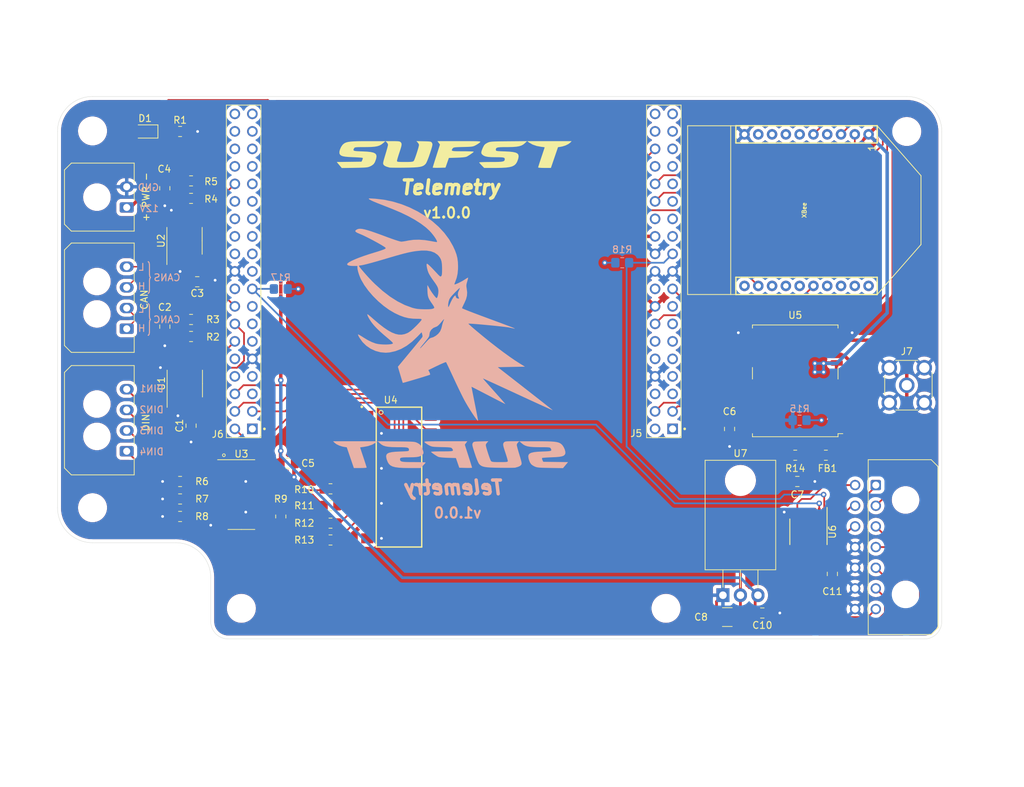
<source format=kicad_pcb>
(kicad_pcb (version 20211014) (generator pcbnew)
  (title_block (title "On-Car Telemetry") (date "2023-04-04") (rev "1.0.0") (company "SUFST - Southampton University Formula Student Team") (comment 1 "STAG 9") (comment 2 "Esteban Norena, Tim Brewis") (comment 3 "Tim Brewis"))
  (layers (0 "F.Cu" signal) (31 "B.Cu" signal) (34 "B.Paste" user) (35 "F.Paste" user) (36 "B.SilkS" user "B.Silkscreen") (37 "F.SilkS" user "F.Silkscreen") (38 "B.Mask" user) (39 "F.Mask" user) (44 "Edge.Cuts" user))
  (net 0 "")
  (net 1 "+12V")
  (net 2 "+3V3")
  (net 3 "Net-(C2-Pad1)")
  (net 4 "/CAN_C+")
  (net 5 "/CAN_C-")
  (net 6 "Net-(C4-Pad1)")
  (net 7 "/CAN_S+")
  (net 8 "/CAN_S-")
  (net 9 "/CAN-C Bus Transceiver/CAN_TX")
  (net 10 "GND")
  (net 11 "/CAN-C Bus Transceiver/CAN_RX")
  (net 13 "/CAN-S Bus Transceiver/CAN_TX")
  (net 14 "/CAN-S Bus Transceiver/CAN_RX")
  (net 16 "/XBee Module/DOUT{slash}DIO13")
  (net 17 "/XBee Module/DIN{slash}`CONFIG{slash}DIO14")
  (net 18 "/XBee Module/SPI_MISO")
  (net 19 "/XBee Module/~RESET")
  (net 20 "/input shift/DIN_1")
  (net 21 "/input shift/DIN_2")
  (net 22 "/XBee Module/~CTS")
  (net 23 "/XBee Module/SPI_MOSI")
  (net 24 "/input shift/DIN_3")
  (net 25 "/XBee Module/ON_INDICATOR")
  (net 26 "/input shift/DIN_4")
  (net 28 "/XBee Module/~RTS")
  (net 29 "/XBee Module/SPI_~SSEL")
  (net 30 "/XBee Module/SPI_CLK")
  (net 31 "/XBee Module/SPI_~ATTN")
  (net 40 "/GPS/GPS_RX")
  (net 42 "/GPS/GPS_TX")
  (net 48 "Net-(FB1-Pad2)")
  (net 64 "/input shift/DOUT_3")
  (net 65 "/input shift/DOUT_4")
  (net 66 "/input shift/DOUT_2")
  (net 68 "/input shift/DOUT_1")
  (net 92 "Net-(R10-Pad1)")
  (net 93 "Net-(R10-Pad2)")
  (net 94 "Net-(R11-Pad1)")
  (net 95 "Net-(R11-Pad2)")
  (net 96 "Net-(R12-Pad1)")
  (net 97 "Net-(R12-Pad2)")
  (net 98 "Net-(D1-Pad1)")
  (net 99 "Net-(R13-Pad1)")
  (net 100 "Net-(R13-Pad2)")
  (net 101 "Net-(R14-Pad1)")
  (net 105 "Net-(C7-Pad2)")
  (net 119 "/mcu/SPI2_MISO")
  (net 120 "/mcu/SPI2_MOSI")
  (net 121 "/mcu/SPI2_SCK")
  (net 122 "/mcu/SPI2_NSS")
  (net 123 "/mcu/I2C1_SDA")
  (net 124 "/mcu/I2C1_SCL")
  (net 125 "/3V3_LED")
  (net 126 "unconnected-(U6-Pad10)")
  (net 127 "/SEG9")
  (net 128 "/SEG0")
  (net 129 "/SEG1")
  (net 130 "/SEG2")
  (net 131 "/SEG3")
  (net 132 "/SEG4")
  (net 133 "/SEG5")
  (net 134 "/SEG6")
  (net 135 "/SEG7")
  (net 136 "/SEG8")
  (footprint "Resistor_SMD:R_0805_2012Metric_Pad1.20x1.40mm_HandSolder" (layer "F.Cu") (at 129.132064 122.89)
    (fp_text reference "R12")
    (fp_text value "1k")
  )
  (footprint "Resistor_SMD:R_0805_2012Metric_Pad1.20x1.40mm_HandSolder" (layer "F.Cu") (at 107.315 119.38)
    (fp_text reference "R7")
    (fp_text value "10k")
  )
  (footprint "Resistor_SMD:R_0805_2012Metric_Pad1.20x1.40mm_HandSolder" (layer "F.Cu") (at 196.545 113.03 180)
    (fp_text reference "R14")
    (fp_text value "33")
  )
  (footprint "Capacitor_SMD:C_0805_2012Metric_Pad1.18x1.45mm_HandSolder" (layer "F.Cu") (at 201.93 130.26 90)
    (fp_text reference "C11")
    (fp_text value "100n")
  )
  (footprint "Capacitor_SMD:C_0805_2012Metric_Pad1.18x1.45mm_HandSolder" (layer "F.Cu") (at 196.85 116.84 180)
    (fp_text reference "C7")
    (fp_text value "47pF")
  )
  (footprint "Resistor_SMD:R_0805_2012Metric_Pad1.20x1.40mm_HandSolder" (layer "F.Cu") (at 129.132064 120.35)
    (fp_text reference "R11")
    (fp_text value "1k")
  )
  (footprint "SUFST:SUFST" (layer "F.Cu") (at 147.066 69.342)
    (fp_text reference "G***" hide)
    (fp_text value "LOGO" hide)
  )
  (footprint "Resistor_SMD:R_0805_2012Metric_Pad1.20x1.40mm_HandSolder" (layer "F.Cu") (at 108.906 73.209 180)
    (fp_text reference "R5")
    (fp_text value "60R")
  )
  (footprint "SUFST:SOIC254P1005X380-16N" (layer "F.Cu") (at 139.065 116.205)
    (fp_text reference "U4")
    (fp_text value "ILQ615-4X009T")
  )
  (footprint "Capacitor_SMD:C_0805_2012Metric_Pad1.18x1.45mm_HandSolder" (layer "F.Cu") (at 187.02 109.22 90)
    (fp_text reference "C6")
    (fp_text value "100nF")
  )
  (footprint "Resistor_SMD:R_0805_2012Metric_Pad1.20x1.40mm_HandSolder" (layer "F.Cu") (at 129.132064 117.91)
    (fp_text reference "R10")
    (fp_text value "1k")
  )
  (footprint "Capacitor_SMD:C_0805_2012Metric_Pad1.18x1.45mm_HandSolder" (layer "F.Cu") (at 105.096 74.279 -90)
    (fp_text reference "C4")
    (fp_text value "4.7n")
  )
  (footprint "Resistor_SMD:R_0805_2012Metric_Pad1.20x1.40mm_HandSolder" (layer "F.Cu") (at 121.92 121.92 -90)
    (fp_text reference "R9")
    (fp_text value "10k")
  )
  (footprint "Resistor_SMD:R_0805_2012Metric_Pad1.20x1.40mm_HandSolder" (layer "F.Cu") (at 108.906 75.749)
    (fp_text reference "R4")
    (fp_text value "60R")
  )
  (footprint "Resistor_SMD:R_0805_2012Metric_Pad1.20x1.40mm_HandSolder" (layer "F.Cu") (at 129.132064 125.33)
    (fp_text reference "R13")
    (fp_text value "1k")
  )
  (footprint "Capacitor_SMD:C_0805_2012Metric_Pad1.18x1.45mm_HandSolder" (layer "F.Cu") (at 109.802252 87.8465 180)
    (fp_text reference "C3")
    (fp_text value "100n")
  )
  (footprint "Connector_Molex:Molex_Micro-Fit_3.0_43650-0400_1x04_P3.00mm_Horizontal" (layer "F.Cu") (at 99.57 112.45 90)
    (fp_text reference "J2" hide)
    (fp_text value "MCU_DIN")
  )
  (footprint "Capacitor_SMD:C_0805_2012Metric_Pad1.18x1.45mm_HandSolder" (layer "F.Cu") (at 191.77 135.931 180)
    (fp_text reference "C10")
    (fp_text value "100n")
  )
  (footprint "Package_SO:SOIC-16_3.9x9.9mm_P1.27mm" (layer "F.Cu") (at 116.205 118.745)
    (fp_text reference "U3")
    (fp_text value "HCF4010")
  )
  (footprint "Connector_Molex:Molex_Micro-Fit_3.0_43045-1400_2x07_P3.00mm_Horizontal" (layer "F.Cu") (at 208.235 117.365 -90)
    (fp_text reference "J8" hide)
    (fp_text value "Dash 7 Segment")
  )
  (footprint "SUFST:NUCLEO-F446RE-2x19-CON" (layer "F.Cu") (at 119.286 110.734 180)
    (fp_text reference "J6")
    (fp_text value "CN10")
  )
  (footprint "SUFST:NUCLEO-F446RE-2x19-CON" (layer "F.Cu") (at 180.246 110.734 180)
    (fp_text reference "J5")
    (fp_text value "CN7")
  )
  (footprint "Connector_Molex:Molex_Micro-Fit_3.0_43650-0200_1x02_P3.00mm_Horizontal" (layer "F.Cu") (at 99.57 77.065 90)
    (fp_text reference "J1" hide)
    (fp_text value "PWR")
  )
  (footprint "Capacitor_SMD:C_0805_2012Metric_Pad1.18x1.45mm_HandSolder" (layer "F.Cu") (at 105.096 94.3665 -90)
    (fp_text reference "C2")
    (fp_text value "4.7n")
  )
  (footprint "Capacitor_SMD:C_0805_2012Metric_Pad1.18x1.45mm_HandSolder" (layer "F.Cu") (at 108.906 108.7415 90)
    (fp_text reference "C1")
    (fp_text value "100n")
  )
  (footprint "Resistor_SMD:R_0805_2012Metric_Pad1.20x1.40mm_HandSolder" (layer "F.Cu") (at 107.315 121.92)
    (fp_text reference "R8")
    (fp_text value "10k")
  )
  (footprint "Resistor_SMD:R_0805_2012Metric_Pad1.20x1.40mm_HandSolder" (layer "F.Cu") (at 107.315 66.04)
    (fp_text reference "R1")
    (fp_text value "3.3k")
  )
  (footprint "RF_GPS:ublox_NEO" (layer "F.Cu") (at 196.545 102.235 180)
    (fp_text reference "U5")
    (fp_text value "NEO-M9N")
  )
  (footprint "Connector_Coaxial:SMA_Molex_73251-2200_Horizontal" (layer "F.Cu") (at 212.725 102.87 -90)
    (fp_text reference "J7")
    (fp_text value "Conn_Coaxial")
  )
  (footprint "Formula:XBEE" (layer "F.Cu") (at 187.186 77.454 -90)
    (fp_text reference "J4" hide)
    (fp_text value "XBee")
  )
  (footprint "Resistor_SMD:R_0805_2012Metric_Pad1.20x1.40mm_HandSolder" (layer "F.Cu") (at 108.906 93.329 180)
    (fp_text reference "R3")
    (fp_text value "60R")
  )
  (footprint "MountingHole:MountingHole_3.2mm_M3" (layer "F.Cu") (at 94.615 120.65)
    (fp_text reference "H3" hide)
    (fp_text value "M3")
  )
  (footprint "Package_SO:SOIC-8_3.9x4.9mm_P1.27mm" (layer "F.Cu") (at 107.956 81.909 90)
    (fp_text reference "U2")
    (fp_text value "MAX3051ESA+")
  )
  (footprint "Capacitor_SMD:C_1210_3225Metric_Pad1.33x2.70mm_HandSolder" (layer "F.Cu") (at 186.69 136.525 180)
    (fp_text reference "C8")
    (fp_text value "10u")
  )
  (footprint "Package_TO_SOT_THT:TO-220-3_Horizontal_TabDown" (layer "F.Cu") (at 186.055 133.35)
    (fp_text reference "U7")
    (fp_text value "LD33CV")
  )
  (footprint "Resistor_SMD:R_0805_2012Metric_Pad1.20x1.40mm_HandSolder" (layer "F.Cu") (at 200.99 113.03)
    (fp_text reference "FB1")
    (fp_text value "120")
  )
  (footprint "Package_SO:SOIC-8_3.9x4.9mm_P1.27mm" (layer "F.Cu") (at 107.996 102.6315 90)
    (fp_text reference "U1")
    (fp_text value "MAX3051ESA+")
  )
  (footprint "Connector_Molex:Molex_Micro-Fit_3.0_43650-0400_1x04_P3.00mm_Horizontal" (layer "F.Cu") (at 99.57 94.67 90)
    (fp_text reference "J3" hide)
    (fp_text value "CAN")
  )
  (footprint "Resistor_SMD:R_0805_2012Metric_Pad1.20x1.40mm_HandSolder" (layer "F.Cu") (at 107.315 116.84)
    (fp_text reference "R6")
    (fp_text value "10k")
  )
  (footprint "Resistor_SMD:R_0805_2012Metric_Pad1.20x1.40mm_HandSolder" (layer "F.Cu") (at 108.906 95.799)
    (fp_text reference "R2")
    (fp_text value "60R")
  )
  (footprint "Capacitor_SMD:C_0805_2012Metric_Pad1.18x1.45mm_HandSolder" (layer "F.Cu") (at 122.928748 114.2 180)
    (fp_text reference "C5")
    (fp_text value "100n")
  )
  (footprint "MountingHole:MountingHole_3.2mm_M3" (layer "F.Cu") (at 116.205 135.255)
    (fp_text reference "H5" hide)
    (fp_text value "M3")
  )
  (footprint "MountingHole:MountingHole_3.2mm_M3" (layer "F.Cu") (at 177.8 135.255)
    (fp_text reference "H1" hide)
    (fp_text value "M3")
  )
  (footprint "Package_SO:QSOP-16_3.9x4.9mm_P0.635mm" (layer "F.Cu") (at 198.4375 124.1425 -90)
    (fp_text reference "U6")
    (fp_text value "MAX6958BAEE+T")
  )
  (footprint "MountingHole:MountingHole_3.2mm_M3" (layer "F.Cu") (at 212.725 66.04)
    (fp_text reference "H4" hide)
    (fp_text value "M3")
  )
  (footprint "LED_SMD:LED_0805_2012Metric_Pad1.15x1.40mm_HandSolder" (layer "F.Cu") (at 102.235 66.04 180)
    (fp_text reference "D1")
    (fp_text value "LED")
  )
  (footprint "MountingHole:MountingHole_3.2mm_M3" (layer "F.Cu") (at 94.615 65.96)
    (fp_text reference "H2" hide)
    (fp_text value "M3")
  )
  (footprint "SUFST:SUFST" (layer "B.Cu") (at 146.558 112.903 180)
    (fp_text reference "G***" hide)
    (fp_text value "LOGO" hide)
  )
  (footprint "Resistor_SMD:R_0805_2012Metric_Pad1.20x1.40mm_HandSolder" (layer "B.Cu") (at 121.92 88.9 180)
    (fp_text reference "R17")
    (fp_text value "4k7")
  )
  (footprint "SUFST:Stag" (layer "B.Cu") (at 146.558 91.948 180)
    (fp_text reference "G***" hide)
    (fp_text value "LOGO" hide)
  )
  (footprint "Resistor_SMD:R_0805_2012Metric_Pad1.20x1.40mm_HandSolder" (layer "B.Cu") (at 171.45 85.09)
    (fp_text reference "R18")
    (fp_text value "4k7")
  )
  (footprint "Resistor_SMD:R_0805_2012Metric_Pad1.20x1.40mm_HandSolder" (layer "B.Cu") (at 197.18 107.95 180)
    (fp_text reference "R15")
    (fp_text value "DNP")
  )
  (gr_circle (center 113.665 113.03) (end 113.865 113.03) (layer "F.SilkS") (width 0.12) (fill none))
  (gr_line (start 94.615 125.73) (end 106.68 125.73) (layer "Edge.Cuts") (width 0.05))
  (gr_arc (start 217.805 137.16) (mid 217.061052 138.956052) (end 215.265 139.7) (layer "Edge.Cuts") (width 0.05))
  (gr_line (start 215.265 139.7) (end 114.3 139.7) (layer "Edge.Cuts") (width 0.05))
  (gr_arc (start 114.3 139.7) (mid 112.503949 138.956051) (end 111.76 137.16) (layer "Edge.Cuts") (width 0.05))
  (gr_line (start 89.535 66.04) (end 89.535 120.65) (layer "Edge.Cuts") (width 0.05))
  (gr_arc (start 89.535 66.04) (mid 91.022898 62.447898) (end 94.615 60.96) (layer "Edge.Cuts") (width 0.05))
  (gr_line (start 217.805 137.16) (end 217.805 66.04) (layer "Edge.Cuts") (width 0.05))
  (gr_arc (start 106.68 125.73) (mid 110.272102 127.217898) (end 111.76 130.81) (layer "Edge.Cuts") (width 0.05))
  (gr_arc (start 212.725 60.96) (mid 216.317102 62.447898) (end 217.805 66.04) (layer "Edge.Cuts") (width 0.05))
  (gr_line (start 212.725 60.96) (end 94.615 60.96) (layer "Edge.Cuts") (width 0.05))
  (gr_line (start 111.76 130.81) (end 111.76 137.16) (layer "Edge.Cuts") (width 0.05))
  (gr_arc (start 94.615 125.73) (mid 91.022898 124.242102) (end 89.535 120.65) (layer "Edge.Cuts") (width 0.05))
  (gr_text "}" (at 102.87 86.995) (layer "B.SilkS") (effects (font (size 3 1))))
  (gr_text "v1.0.0" (at 147.574 121.412) (layer "B.SilkS") (effects (font (size 1.5 1.5) (thickness 0.3)) (justify mirror)))
  (gr_text "DIN4\n" (at 101.346 112.522) (layer "B.SilkS") (effects (font (size 1 1)) (justify right mirror)))
  (gr_text "CANS\n" (at 107.442 87.249) (layer "B.SilkS") (effects (font (size 1 1)) (justify left mirror)))
  (gr_text "H" (at 102.362 88.519) (layer "B.SilkS") (effects (font (size 1 1)) (justify left mirror)))
  (gr_text "12V" (at 101.346 77.216) (layer "B.SilkS") (effects (font (size 1 1)) (justify right mirror)))
  (gr_text "H" (at 102.362 94.615) (layer "B.SilkS") (effects (font (size 1 1)) (justify left mirror)))
  (gr_text "GND" (at 101.092 74.168) (layer "B.SilkS") (effects (font (size 1 1)) (justify right mirror)))
  (gr_text "}" (at 102.87 93.091) (layer "B.SilkS") (effects (font (size 3 1))))
  (gr_text "CANC" (at 107.442 93.345) (layer "B.SilkS") (effects (font (size 1 1)) (justify left mirror)))
  (gr_text "DIN2\n" (at 101.346 106.426) (layer "B.SilkS") (effects (font (size 1 1)) (justify right mirror)))
  (gr_text "L" (at 102.235 91.821) (layer "B.SilkS") (effects (font (size 1 1)) (justify left mirror)))
  (gr_text "DIN1" (at 101.346 103.378) (layer "B.SilkS") (effects (font (size 1 1)) (justify right mirror)))
  (gr_text "L" (at 102.235 85.725) (layer "B.SilkS") (effects (font (size 1 1)) (justify left mirror)))
  (gr_text "DIN3" (at 101.346 109.474) (layer "B.SilkS") (effects (font (size 1 1)) (justify right mirror)))
  (gr_text "Telemetry" (at 147.066 117.729) (layer "B.SilkS") (effects (font (size 2 2) (thickness 0.5) italic) (justify mirror)))
  (gr_text "Telemetry" (at 146.558 74.168) (layer "F.SilkS") (effects (font (size 2 2) (thickness 0.5) italic)))
  (gr_text "+ PWR -" (at 102.362 71.882 90) (layer "F.SilkS") (effects (font (size 1 1)) (justify right)))
  (gr_text "DIN" (at 102.362 106.934 90) (layer "F.SilkS") (effects (font (size 1 1)) (justify right)))
  (gr_text "CAN" (at 102.108 88.9 90) (layer "F.SilkS") (effects (font (size 1 1)) (justify right)))
  (gr_text "v1.0.0" (at 146.05 77.851) (layer "F.SilkS") (effects (font (size 1.5 1.5) (thickness 0.3))))
  (segment (start 100.1 77.065) (end 101.6 75.565) (width 0.5) (layer "F.Cu") (net 1))
  (segment (start 190.7325 135.931) (end 190.7325 133.7525) (width 0.4) (layer "F.Cu") (net 1))
  (segment (start 121.891248 112.423752) (end 121.92 112.395) (width 0.5) (layer "F.Cu") (net 1))
  (segment (start 118.68 114.3) (end 121.791248 114.3) (width 0.5) (layer "F.Cu") (net 1))
  (segment (start 101.6 66.43) (end 101.21 66.04) (width 0.5) (layer "F.Cu") (net 1))
  (segment (start 99.57 77.065) (end 100.1 77.065) (width 0.5) (layer "F.Cu") (net 1))
  (segment (start 122.936 64.516) (end 120.015 61.595) (width 0.5) (layer "F.Cu") (net 1))
  (segment (start 122.936 75.946) (end 122.936 64.516) (width 0.5) (layer "F.Cu") (net 1))
  (segment (start 105.655 61.595) (end 101.21 66.04) (width 0.5) (layer "F.Cu") (net 1))
  (segment (start 128.254 81.264) (end 122.936 75.946) (width 0.5) (layer "F.Cu") (net 1))
  (segment (start 121.92 102.1455) (end 121.92 87.598) (width 0.5) (layer "F.Cu") (net 1))
  (segment (start 121.92 87.598) (end 128.254 81.264) (width 0.5) (layer "F.Cu") (net 1))
  (segment (start 120.015 61.595) (end 105.655 61.595) (width 0.5) (layer "F.Cu") (net 1))
  (segment (start 176.216 81.264) (end 128.254 81.264) (width 0.5) (layer "F.Cu") (net 1))
  (segment (start 101.6 75.565) (end 101.6 66.43) (width 0.5) (layer "F.Cu") (net 1))
  (segment (start 113.73 114.3) (end 118.68 114.3) (width 0.5) (layer "F.Cu") (net 1))
  (segment (start 121.891248 114.2) (end 121.891248 112.423752) (width 0.5) (layer "F.Cu") (net 1))
  (segment (start 121.791248 114.3) (end 121.891248 114.2) (width 0.5) (layer "F.Cu") (net 1))
  (segment (start 190.7325 133.7525) (end 191.135 133.35) (width 0.4) (layer "F.Cu") (net 1))
  (via (at 121.92 112.395) (size 0.8) (drill 0.4) (layers "F.Cu" "B.Cu") (net 1))
  (via (at 121.92 102.1455) (size 0.8) (drill 0.4) (layers "F.Cu" "B.Cu") (net 1))
  (segment (start 188.595 130.81) (end 139.561371 130.81) (width 0.4) (layer "B.Cu") (net 1))
  (segment (start 121.92 112.395) (end 121.92 102.1455) (width 0.5) (layer "B.Cu") (net 1))
  (segment (start 121.92 113.168629) (end 121.92 112.395) (width 0.4) (layer "B.Cu") (net 1))
  (segment (start 139.561371 130.81) (end 121.92 113.168629) (width 0.4) (layer "B.Cu") (net 1))
  (segment (start 191.135 133.35) (end 188.595 130.81) (width 0.4) (layer "B.Cu") (net 1))
  (segment (start 108.906 105.3815) (end 108.631 105.1065) (width 0.25) (layer "F.Cu") (net 2))
  (segment (start 108.906 107.704) (end 108.906 105.3815) (width 0.25) (layer "F.Cu") (net 2))
  (segment (start 108.591 84.384) (end 108.591 87.672748) (width 0.25) (layer "F.Cu") (net 2))
  (segment (start 190.4975 108.1825) (end 190.545 108.135) (width 0.5) (layer "F.Cu") (net 2))
  (segment (start 108.591 87.672748) (end 108.764752 87.8465) (width 0.25) (layer "F.Cu") (net 2))
  (segment (start 187.02 108.1825) (end 190.4975 108.1825) (width 0.5) (layer "F.Cu") (net 2))
  (segment (start 202.545 108.135) (end 200.54 108.135) (width 0.25) (layer "F.Cu") (net 2))
  (segment (start 200.72 99.635) (end 200.66 99.695) (width 0.4) (layer "F.Cu") (net 2))
  (segment (start 202.545 99.635) (end 200.72 99.635) (width 0.4) (layer "F.Cu") (net 2))
  (segment (start 200.54 108.135) (end 200.355 107.95) (width 0.25) (layer "F.Cu") (net 2))
  (via (at 124.46 88.9) (size 0.8) (drill 0.4) (layers "F.Cu" "B.Cu") (net 2))
  (via (at 199.39 100.965) (size 0.8) (drill 0.4) (layers "F.Cu" "B.Cu") (net 2))
  (via (at 200.66 99.695) (size 0.8) (drill 0.4) (layers "F.Cu" "B.Cu") (net 2))
  (via (at 199.39 99.695) (size 0.8) (drill 0.4) (layers "F.Cu" "B.Cu") (net 2))
  (via (at 168.91 85.09) (size 0.8) (drill 0.4) (layers "F.Cu" "B.Cu") (net 2))
  (via (at 200.355 107.95) (size 0.8) (drill 0.4) (layers "F.Cu" "B.Cu") (net 2))
  (via (at 200.66 100.965) (size 0.8) (drill 0.4) (layers "F.Cu" "B.Cu") (net 2))
  (segment (start 200.66 99.695) (end 200.66 100.965) (width 0.4) (layer "B.Cu") (net 2))
  (segment (start 122.92 88.9) (end 124.46 88.9) (width 0.25) (layer "B.Cu") (net 2))
  (segment (start 209.88 92.38) (end 202.565 99.695) (width 0.5) (layer "B.Cu") (net 2))
  (segment (start 209.88 69.14984) (end 209.88 92.38) (width 0.5) (layer "B.Cu") (net 2))
  (segment (start 202.565 99.695) (end 200.66 99.695) (width 0.5) (layer "B.Cu") (net 2))
  (segment (start 199.39 100.965) (end 199.39 99.695) (width 0.4) (layer "B.Cu") (net 2))
  (segment (start 198.18 107.95) (end 200.355 107.95) (width 0.25) (layer "B.Cu") (net 2))
  (segment (start 207.18596 66.4558) (end 209.88 69.14984) (width 0.5) (layer "B.Cu") (net 2))
  (segment (start 170.45 85.09) (end 168.91 85.09) (width 0.25) (layer "B.Cu") (net 2))
  (segment (start 200.66 100.965) (end 199.39 100.965) (width 0.4) (layer "B.Cu") (net 2))
  (segment (start 199.39 99.695) (end 200.66 99.695) (width 0.4) (layer "B.Cu") (net 2))
  (segment (start 107.906 93.329) (end 107.906 95.799) (width 0.25) (layer "F.Cu") (net 3))
  (segment (start 105.096 93.329) (end 107.906 93.329) (width 0.25) (layer "F.Cu") (net 3))
  (segment (start 109.006 94.006817) (end 109.456 94.456817) (width 0.2) (layer "F.Cu") (net 4))
  (segment (start 108.031 99.4865) (end 107.361 100.1565) (width 0.2) (layer "F.Cu") (net 4))
  (segment (start 109.456 95.349) (end 109.906 95.799) (width 0.2) (layer "F.Cu") (net 4))
  (segment (start 109.456 94.456817) (end 109.456 95.349) (width 0.2) (layer "F.Cu") (net 4))
  (segment (start 101.868199 93.395001) (end 104.8682 90.395) (width 0.2) (layer "F.Cu") (net 4))
  (segment (start 109.006 91.861) (end 109.006 94.006817) (width 0.2) (layer "F.Cu") (net 4))
  (segment (start 100.844999 93.395001) (end 101.868199 93.395001) (width 0.2) (layer "F.Cu") (net 4))
  (segment (start 104.8682 90.395) (end 107.54 90.395) (width 0.2) (layer "F.Cu") (net 4))
  (segment (start 107.54 90.395) (end 109.006 91.861) (width 0.2) (layer "F.Cu") (net 4))
  (segment (start 109.906 95.799) (end 109.906 97.6115) (width 0.2) (layer "F.Cu") (net 4))
  (segment (start 108.636 98.8815) (end 108.294604 98.8815) (width 0.2) (layer "F.Cu") (net 4))
  (segment (start 109.906 97.6115) (end 108.636 98.8815) (width 0.2) (layer "F.Cu") (net 4))
  (segment (start 108.294604 98.8815) (end 108.031 99.145104) (width 0.2) (layer "F.Cu") (net 4))
  (segment (start 108.031 99.145104) (end 108.031 99.4865) (width 0.2) (layer "F.Cu") (net 4))
  (segment (start 99.57 94.67) (end 100.844999 93.395001) (width 0.2) (layer "F.Cu") (net 4))
  (segment (start 110.356 96.926817) (end 110.356 97.797897) (width 0.2) (layer "F.Cu") (net 5))
  (segment (start 109.906 93.329) (end 110.356 93.779) (width 0.2) (layer "F.Cu") (net 5))
  (segment (start 110.806 96.476817) (end 110.356 96.926817) (width 0.2) (layer "F.Cu") (net 5))
  (segment (start 108.631 99.522897) (end 108.631 100.1565) (width 0.2) (layer "F.Cu") (net 5))
  (segment (start 110.806 95.121183) (end 110.806 96.476817) (width 0.2) (layer "F.Cu") (net 5))
  (segment (start 109.906 91.8078) (end 109.906 93.329) (width 0.2) (layer "F.Cu") (net 5))
  (segment (start 101.681801 92.944999) (end 104.6818 89.945) (width 0.2) (layer "F.Cu") (net 5))
  (segment (start 100.844999 92.944999) (end 101.681801 92.944999) (width 0.2) (layer "F.Cu") (net 5))
  (segment (start 104.6818 89.945) (end 108.0432 89.945) (width 0.2) (layer "F.Cu") (net 5))
  (segment (start 110.356 93.779) (end 110.356 94.671183) (width 0.2) (layer "F.Cu") (net 5))
  (segment (start 110.356 97.797897) (end 108.631 99.522897) (width 0.2) (layer "F.Cu") (net 5))
  (segment (start 99.57 91.67) (end 100.844999 92.944999) (width 0.2) (layer "F.Cu") (net 5))
  (segment (start 110.356 94.671183) (end 110.806 95.121183) (width 0.2) (layer "F.Cu") (net 5))
  (segment (start 108.0432 89.945) (end 109.906 91.8078) (width 0.2) (layer "F.Cu") (net 5))
  (segment (start 105.096 73.2415) (end 107.8735 73.2415) (width 0.25) (layer "F.Cu") (net 6))
  (segment (start 107.8735 73.2415) (end 107.906 73.209) (width 0.25) (layer "F.Cu") (net 6))
  (segment (start 107.906 73.209) (end 107.906 75.749) (width 0.25) (layer "F.Cu") (net 6))
  (segment (start 109.456 71.0392) (end 109.456 72.081183) (width 0.2) (layer "F.Cu") (net 7))
  (segment (start 109.456 72.081183) (end 109.006 72.531183) (width 0.2) (layer "F.Cu") (net 7))
  (segment (start 107.2218 68.805) (end 109.456 71.0392) (width 0.2) (layer "F.Cu") (net 7))
  (segment (start 103.095 85.145) (end 103.095 71.2132) (width 0.2) (layer "F.Cu") (net 7))
  (segment (start 107.991 78.422604) (end 107.991 78.764) (width 0.2) (layer "F.Cu") (net 7))
  (segment (start 105.5032 68.805) (end 107.2218 68.805) (width 0.2) (layer "F.Cu") (net 7))
  (segment (start 103.095 71.2132) (end 105.5032 68.805) (width 0.2) (layer "F.Cu") (net 7))
  (segment (start 107.991 78.764) (end 107.321 79.434) (width 0.2) (layer "F.Cu") (net 7))
  (segment (start 109.456 74.336817) (end 109.456 75.299) (width 0.2) (layer "F.Cu") (net 7))
  (segment (start 108.254604 78.159) (end 107.991 78.422604) (width 0.2) (layer "F.Cu") (net 7))
  (segment (start 109.006 72.531183) (end 109.006 73.886817) (width 0.2) (layer "F.Cu") (net 7))
  (segment (start 109.906 75.749) (end 109.906 76.849) (width 0.2) (layer "F.Cu") (net 7))
  (segment (start 109.456 75.299) (end 109.906 75.749) (width 0.2) (layer "F.Cu") (net 7))
  (segment (start 99.57 88.67) (end 103.095 85.145) (width 0.2) (layer "F.Cu") (net 7))
  (segment (start 109.006 73.886817) (end 109.456 74.336817) (width 0.2) (layer "F.Cu") (net 7))
  (segment (start 109.906 76.849) (end 108.596 78.159) (width 0.2) (layer "F.Cu") (net 7))
  (segment (start 108.596 78.159) (end 108.254604 78.159) (width 0.2) (layer "F.Cu") (net 7))
  (segment (start 101.933603 85.67) (end 102.645 84.958603) (width 0.2) (layer "F.Cu") (net 8))
  (segment (start 110.806 75.071183) (end 110.806 76.585397) (width 0.2) (layer "F.Cu") (net 8))
  (segment (start 109.906 73.209) (end 110.356 73.659) (width 0.2) (layer "F.Cu") (net 8))
  (segment (start 110.356 74.621183) (end 110.806 75.071183) (width 0.2) (layer "F.Cu") (net 8))
  (segment (start 110.806 76.585397) (end 108.591 78.800397) (width 0.2) (layer "F.Cu") (net 8))
  (segment (start 109.906 70.8528) (end 109.906 73.209) (width 0.2) (layer "F.Cu") (net 8))
  (segment (start 105.3168 68.355) (end 107.4082 68.355) (width 0.2) (layer "F.Cu") (net 8))
  (segment (start 107.4082 68.355) (end 109.906 70.8528) (width 0.2) (layer "F.Cu") (net 8))
  (segment (start 99.57 85.67) (end 101.933603 85.67) (width 0.2) (layer "F.Cu") (net 8))
  (segment (start 102.645 84.958603) (end 102.645 71.0268) (width 0.2) (layer "F.Cu") (net 8))
  (segment (start 108.591 78.800397) (end 108.591 79.434) (width 0.2) (layer "F.Cu") (net 8))
  (segment (start 110.356 73.659) (end 110.356 74.621183) (width 0.2) (layer "F.Cu") (net 8))
  (segment (start 102.645 71.0268) (end 105.3168 68.355) (width 0.2) (layer "F.Cu") (net 8))
  (segment (start 106.091 103.967) (end 106.091 105.1065) (width 0.25) (layer "F.Cu") (net 9))
  (segment (start 109.728 103.124) (end 106.934 103.124) (width 0.25) (layer "F.Cu") (net 9))
  (segment (start 106.934 103.124) (end 106.091 103.967) (width 0.25) (layer "F.Cu") (net 9))
  (segment (start 115.256 96.504) (end 113.284 98.476) (width 0.25) (layer "F.Cu") (net 9))
  (segment (start 113.284 99.568) (end 109.728 103.124) (width 0.25) (layer "F.Cu") (net 9))
  (segment (start 113.284 98.476) (end 113.284 99.568) (width 0.25) (layer "F.Cu") (net 9))
  (segment (start 104.775 121.92) (end 106.315 121.92) (width 0.25) (layer "F.Cu") (net 10))
  (segment (start 204.1675 131.2975) (end 205.235 132.365) (width 0.4) (layer "F.Cu") (net 10))
  (segment (start 202.56 95.25) (end 202.545 95.235) (width 0.5) (layer "F.Cu") (net 10))
  (segment (start 105.9335 100.314) (end 106.091 100.1565) (width 0.25) (layer "F.Cu") (net 10))
  (segment (start 107.361 106.939) (end 107.001 107.299) (width 0.25) (layer "F.Cu") (net 10))
  (segment (start 104.461 100.314) (end 105.9335 100.314) (width 0.25) (layer "F.Cu") (net 10))
  (segment (start 200.99 95.885) (end 201.64 95.235) (width 0.5) (layer "F.Cu") (net 10))
  (segment (start 194.31 135.931) (end 192.8075 135.931) (width 0.5) (layer "F.Cu") (net 10))
  (segment (start 104.775 116.84) (end 106.315 116.84) (width 0.25) (layer "F.Cu") (net 10))
  (segment (start 134.465 109.855) (end 136.525 109.855) (width 0.25) (layer "F.Cu") (net 10))
  (segment (start 110.839752 87.8465) (end 112.1785 87.8465) (width 0.25) (layer "F.Cu") (net 10))
  (segment (start 123.825 114.341248) (end 123.966248 114.2) (width 0.5) (layer "F.Cu") (net 10))
  (segment (start 121.65 120.65) (end 121.92 120.92) (width 0.25) (layer "F.Cu") (net 10))
  (segment (start 112.1785 87.8465) (end 112.395 87.63) (width 0.25) (layer "F.Cu") (net 10))
  (segment (start 190.53 95.25) (end 190.545 95.235) (width 0.5) (layer "F.Cu") (net 10))
  (segment (start 105.096 97.139) (end 105.096 95.404) (width 0.25) (layer "F.Cu") (net 10))
  (segment (start 187.02 110.2575) (end 189.5225 110.2575) (width 0.5) (layer "F.Cu") (net 10))
  (segment (start 118.68 120.65) (end 117.475 120.65) (width 0.25) (layer "F.Cu") (net 10))
  (segment (start 204.8 95.25) (end 202.56 95.25) (width 0.5) (layer "F.Cu") (net 10))
  (segment (start 104.775 119.38) (end 106.315 119.38) (width 0.25) (layer "F.Cu") (net 10))
  (segment (start 188.29 95.25) (end 190.53 95.25) (width 0.5) (layer "F.Cu") (net 10))
  (segment (start 187.02 111.76) (end 187.02 110.2575) (width 0.5) (layer "F.Cu") (net 10))
  (segment (start 194.945 121.285) (end 196.215 121.285) (width 0.4) (layer "F.Cu") (net 10))
  (segment (start 106.045 77.47) (end 106.045 79.428) (width 0.25) (layer "F.Cu") (net 10))
  (segment (start 136.525 114.935) (end 134.465 114.935) (width 0.25) (layer "F.Cu") (net 10))
  (segment (start 107.315 84.39) (end 107.321 84.384) (width 0.25) (layer "F.Cu") (net 10))
  (segment (start 185.1275 134.2775) (end 186.055 133.35) (width 0.4) (layer "F.Cu") (net 10))
  (segment (start 136.525 125.095) (end 134.465 125.095) (width 0.25) (layer "F.Cu") (net 10))
  (segment (start 201.64 95.235) (end 202.545 95.235) (width 0.5) (layer "F.Cu") (net 10))
  (segment (start 200.99 97.155) (end 200.99 95.885) (width 0.5) (layer "F.Cu") (net 10))
  (segment (start 204.1675 131.2975) (end 201.93 131.2975) (width 0.4) (layer "F.Cu") (net 10))
  (segment (start 116.84 116.84) (end 118.68 116.84) (width 0.25) (layer "F.Cu") (net 10))
  (segment (start 199.39 116.84) (end 197.8875 116.84) (width 0.5) (layer "F.Cu") (net 10))
  (segment (start 136.525 120.015) (end 134.465 120.015) (width 0.25) (layer "F.Cu") (net 10))
  (segment (start 105.096 76.819) (end 105.096 75.3165) (width 0.25) (layer "F.Cu") (net 10))
  (segment (start 111.76 123.19) (end 113.73 123.19) (width 0.25) (layer "F.Cu") (net 10))
  (segment (start 108.906 111.109) (end 108.906 109.779) (width 0.25) (layer "F.Cu") (net 10))
  (segment (start 201.27 97.435) (end 200.99 97.155) (width 0.5) (layer "F.Cu") (net 10))
  (segment (start 107.315 86.36) (end 107.315 84.39) (width 0.25) (layer "F.Cu") (net 10))
  (segment (start 118.68 120.65) (end 121.65 120.65) (width 0.25) (layer "F.Cu") (net 10))
  (segment (start 107.361 105.1065) (end 107.361 106.939) (width 0.25) (layer "F.Cu") (net 10))
  (segment (start 109.855 66.04) (end 108.315 66.04) (width 0.25) (layer "F.Cu") (net 10))
  (segment (start 202.545 97.435) (end 201.27 97.435) (width 0.5) (layer "F.Cu") (net 10))
  (segment (start 106.045 79.428) (end 106.051 79.434) (width 0.25) (layer "F.Cu") (net 10))
  (segment (start 185.1275 136.525) (end 185.1275 134.2775) (width 0.4) (layer "F.Cu") (net 10))
  (segment (start 189.5225 110.2575) (end 190.545 109.235) (width 0.5) (layer "F.Cu") (net 10))
  (segment (start 123.825 116.205) (end 123.825 114.341248) (width 0.5) (layer "F.Cu") (net 10))
  (segment (start 117.475 120.65) (end 116.84 121.285) (width 0.25) (layer "F.Cu") (net 10))
  (via (at 136.525 109.855) (size 0.8) (drill 0.4) (layers "F.Cu" "B.Cu") (net 10))
  (via (at 107.001 107.299) (size 0.8) (drill 0.4) (layers "F.Cu" "B.Cu") (net 10))
  (via (at 106.045 77.47) (size 0.8) (drill 0.4) (layers "F.Cu" "B.Cu") (net 10))
  (via (at 104.775 116.84) (size 0.8) (drill 0.4) (layers "F.Cu" "B.Cu") (net 10))
  (via (at 112.395 87.63) (size 0.8) (drill 0.4) (layers "F.Cu" "B.Cu") (net 10))
  (via (at 204.8 95.25) (size 0.8) (drill 0.4) (layers "F.Cu" "B.Cu") (net 10))
  (via (at 136.525 114.935) (size 0.8) (drill 0.4) (layers "F.Cu" "B.Cu") (net 10))
  (via (at 188.29 95.25) (size 0.8) (drill 0.4) (layers "F.Cu" "B.Cu") (net 10))
  (via (at 105.096 97.139) (size 0.8) (drill 0.4) (layers "F.Cu" "B.Cu") (net 10))
  (via (at 116.84 121.285) (size 0.8) (drill 0.4) (layers "F.Cu" "B.Cu") (net 10))
  (via (at 199.39 116.84) (size 0.8) (drill 0.4) (layers "F.Cu" "B.Cu") (net 10))
  (via (at 194.31 135.931) (size 0.8) (drill 0.4) (layers "F.Cu" "B.Cu") (net 10))
  (via (at 109.855 66.04) (size 0.8) (drill 0.4) (layers "F.Cu" "B.Cu") (net 10))
  (via (at 136.525 125.095) (size 0.8) (drill 0.4) (layers "F.Cu" "B.Cu") (net 10))
  (via (at 108.906 111.109) (size 0.8) (drill 0.4) (layers "F.Cu" "B.Cu") (net 10))
  (via (at 187.02 111.76) (size 0.8) (drill 0.4) (layers "F.Cu" "B.Cu") (net 10))
  (via (at 104.775 119.38) (size 0.8) (drill 0.4) (layers "F.Cu" "B.Cu") (net 10))
  (via (at 111.76 123.19) (size 0.8) (drill 0.4) (layers "F.Cu" "B.Cu") (net 10))
  (via (at 107.315 86.36) (size 0.8) (drill 0.4) (layers "F.Cu" "B.Cu") (net 10))
  (via (at 116.84 116.84) (size 0.8) (drill 0.4) (layers "F.Cu" "B.Cu") (net 10))
  (via (at 194.945 121.285) (size 0.8) (drill 0.4) (layers "F.Cu" "B.Cu") (net 10))
  (via (at 104.461 100.314) (size 0.8) (drill 0.4) (layers "F.Cu" "B.Cu") (net 10))
  (via (at 136.525 120.015) (size 0.8) (drill 0.4) (layers "F.Cu" "B.Cu") (net 10))
  (via (at 123.825 116.205) (size 0.8) (drill 0.4) (layers "F.Cu" "B.Cu") (net 10))
  (via (at 105.096 76.819) (size 0.8) (drill 0.4) (layers "F.Cu" "B.Cu") (net 10))
  (via (at 104.775 121.92) (size 0.8) (drill 0.4) (layers "F.Cu" "B.Cu") (net 10))
  (segment (start 109.901 105.1065) (end 109.901 103.713) (width 0.25) (layer "F.Cu") (net 11))
  (segment (start 116.586 99.314) (end 116.586 95.294) (width 0.25) (layer "F.Cu") (net 11))
  (segment (start 113.284 100.33) (end 115.57 100.33) (width 0.25) (layer "F.Cu") (net 11))
  (segment (start 115.57 100.33) (end 116.586 99.314) (width 0.25) (layer "F.Cu") (net 11))
  (segment (start 109.901 103.713) (end 113.284 100.33) (width 0.25) (layer "F.Cu") (net 11))
  (segment (start 116.586 95.294) (end 115.256 93.964) (width 0.25) (layer "F.Cu") (net 11))
  (segment (start 109.728 82.296) (end 113.284 78.74) (width 0.25) (layer "F.Cu") (net 13))
  (segment (start 113.284 78.74) (end 113.284 75.616) (width 0.25) (layer "F.Cu") (net 13))
  (segment (start 107.762249 82.296) (end 109.728 82.296) (width 0.25) (layer "F.Cu") (net 13))
  (segment (start 106.051 84.007249) (end 107.762249 82.296) (width 0.25) (layer "F.Cu") (net 13))
  (segment (start 113.284 75.616) (end 115.256 73.644) (width 0.25) (layer "F.Cu") (net 13))
  (segment (start 106.051 84.384) (end 106.051 84.007249) (width 0.25) (layer "F.Cu") (net 13))
  (segment (start 112.578 84.384) (end 113.538 85.344) (width 0.25) (layer "F.Cu") (net 14))
  (segment (start 109.861 84.384) (end 112.578 84.384) (width 0.25) (layer "F.Cu") (net 14))
  (segment (start 113.538 85.344) (end 113.538 89.706) (width 0.25) (layer "F.Cu") (net 14))
  (segment (start 113.538 89.706) (end 115.256 91.424) (width 0.25) (layer "F.Cu") (net 14))
  (segment (start 177.47 72.39) (end 176.216 73.644) (width 0.25) (layer "F.Cu") (net 16))
  (segment (start 205.18444 70.73556) (end 203.53 72.39) (width 0.25) (layer "F.Cu") (net 16))
  (segment (start 203.53 72.39) (end 177.47 72.39) (width 0.25) (layer "F.Cu") (net 16))
  (segment (start 205.18444 66.4558) (end 205.18444 70.73556) (width 0.25) (layer "F.Cu") (net 16))
  (segment (start 177.47 74.93) (end 176.216 76.184) (width 0.25) (layer "F.Cu") (net 17))
  (segment (start 204.87126 64.77) (end 208.61 64.77) (width 0.25) (layer "F.Cu") (net 17))
  (segment (start 203.18546 66.4558) (end 204.87126 64.77) (width 0.25) (layer "F.Cu") (net 17))
  (segment (start 209.245 67.945) (end 204.165 73.025) (width 0.25) (layer "F.Cu") (net 17))
  (segment (start 181.61 73.025) (end 179.705 74.93) (width 0.25) (layer "F.Cu") (net 17))
  (segment (start 179.705 74.93) (end 177.47 74.93) (width 0.25) (layer "F.Cu") (net 17))
  (segment (start 181.61 73.025) (end 204.165 73.025) (width 0.25) (layer "F.Cu") (net 17))
  (segment (start 208.61 64.77) (end 209.245 65.405) (width 0.25) (layer "F.Cu") (net 17))
  (segment (start 209.245 65.405) (end 209.245 67.945) (width 0.25) (layer "F.Cu") (net 17))
  (segment (start 208.61 90.805) (end 209.88 89.535) (width 0.25) (layer "F.Cu") (net 19))
  (segment (start 209.245 64.135) (end 201.50576 64.135) (width 0.25) (layer "F.Cu") (net 19))
  (segment (start 209.88 89.535) (end 209.88 64.77) (width 0.25) (layer "F.Cu") (net 19))
  (segment (start 209.88 64.77) (end 209.245 64.135) (width 0.25) (layer "F.Cu") (net 19))
  (segment (start 176.216 93.964) (end 177.47 92.71) (width 0.25) (layer "F.Cu") (net 19))
  (segment (start 201.50576 64.135) (end 199.18496 66.4558) (width 0.25) (layer "F.Cu") (net 19))
  (segment (start 181.61 90.805) (end 208.61 90.805) (width 0.25) (layer "F.Cu") (net 19))
  (segment (start 179.705 92.71) (end 181.61 90.805) (width 0.25) (layer "F.Cu") (net 19))
  (segment (start 177.47 92.71) (end 179.705 92.71) (width 0.25) (layer "F.Cu") (net 19))
  (segment (start 108.315 116.84) (end 113.73 116.84) (width 0.25) (layer "F.Cu") (net 20))
  (segment (start 104.14 115.57) (end 107.315 115.57) (width 0.25) (layer "F.Cu") (net 20))
  (segment (start 103.505 107.385) (end 103.505 114.935) (width 0.25) (layer "F.Cu") (net 20))
  (segment (start 108.315 116.57) (end 108.315 116.84) (width 0.25) (layer "F.Cu") (net 20))
  (segment (start 99.57 103.45) (end 103.505 107.385) (width 0.25) (layer "F.Cu") (net 20))
  (segment (start 103.505 114.935) (end 104.14 115.57) (width 0.25) (layer "F.Cu") (net 20))
  (segment (start 107.315 115.57) (end 108.315 116.57) (width 0.25) (layer "F.Cu") (net 20))
  (segment (start 103.505 118.11) (end 107.315 118.11) (width 0.25) (layer "F.Cu") (net 21))
  (segment (start 102.87 109.75) (end 102.87 117.475) (width 0.25) (layer "F.Cu") (net 21))
  (segment (start 99.57 106.45) (end 102.87 109.75) (width 0.25) (layer "F.Cu") (net 21))
  (segment (start 107.315 118.11) (end 108.315 119.11) (width 0.25) (layer "F.Cu") (net 21))
  (segment (start 102.87 117.475) (end 103.505 118.11) (width 0.25) (layer "F.Cu") (net 21))
  (segment (start 108.315 119.38) (end 113.73 119.38) (width 0.25) (layer "F.Cu") (net 21))
  (segment (start 108.315 119.11) (end 108.315 119.38) (width 0.25) (layer "F.Cu") (net 21))
  (segment (start 175.26 77.47) (end 180.20176 77.47) (width 0.25) (layer "F.Cu") (net 22))
  (segment (start 173.99 76.2) (end 173.99 70.79) (width 0.25) (layer "F.Cu") (net 22))
  (segment (start 175.26 77.47) (end 173.99 76.2) (width 0.25) (layer "F.Cu") (net 22))
  (segment (start 191.18396 88.4522) (end 180.20176 77.47) (width 0.25) (layer "F.Cu") (net 22))
  (segment (start 173.99 70.79) (end 176.216 68.564) (width 0.25) (layer "F.Cu") (net 22))
  (segment (start 107.045 120.65) (end 108.315 121.92) (width 0.25) (layer "F.Cu") (net 24))
  (segment (start 102.235 119.38) (end 103.505 120.65) (width 0.25) (layer "F.Cu") (net 24))
  (segment (start 102.235 111.855) (end 102.235 119.38) (width 0.25) (layer "F.Cu") (net 24))
  (segment (start 103.505 120.65) (end 107.045 120.65) (width 0.25) (layer "F.Cu") (net 24))
  (segment (start 108.315 121.92) (end 113.73 121.92) (width 0.25) (layer "F.Cu") (net 24))
  (segment (start 99.83 109.45) (end 102.235 111.855) (width 0.25) (layer "F.Cu") (net 24))
  (segment (start 99.57 109.45) (end 99.83 109.45) (width 0.25) (layer "F.Cu") (net 24))
  (segment (start 110.49 123.19) (end 104.775 123.19) (width 0.25) (layer "F.Cu") (net 26))
  (segment (start 118.68 123.19) (end 117.41 124.46) (width 0.25) (layer "F.Cu") (net 26))
  (segment (start 104.775 123.19) (end 101.6 120.015) (width 0.25) (layer "F.Cu") (net 26))
  (segment (start 111.76 124.46) (end 110.49 123.19) (width 0.25) (layer "F.Cu") (net 26))
  (segment (start 118.68 123.19) (end 121.65 123.19) (width 0.25) (layer "F.Cu") (net 26))
  (segment (start 121.65 123.19) (end 121.92 122.92) (width 0.25) (layer "F.Cu") (net 26))
  (segment (start 101.6 120.015) (end 101.6 114.48) (width 0.25) (layer "F.Cu") (net 26))
  (segment (start 101.6 114.48) (end 99.57 112.45) (width 0.25) (layer "F.Cu") (net 26))
  (segment (start 117.41 124.46) (end 111.76 124.46) (width 0.25) (layer "F.Cu") (net 26))
  (segment (start 180.042 90.17) (end 178.756 88.884) (width 0.25) (layer "F.Cu") (net 28))
  (segment (start 199.18496 88.4522) (end 197.46716 90.17) (width 0.25) (layer "F.Cu") (net 28))
  (segment (start 197.46716 90.17) (end 180.042 90.17) (width 0.25) (layer "F.Cu") (net 28))
  (segment (start 179.485 105.935) (end 178.756 106.664) (width 0.25) (layer "F.Cu") (net 40))
  (segment (start 179.485 105.935) (end 190.545 105.935) (width 0.25) (layer "F.Cu") (net 40))
  (segment (start 190.485 104.775) (end 189.56 104.775) (width 0.25) (layer "F.Cu") (net 42))
  (segment (start 188.925 105.41) (end 177.47 105.41) (width 0.25) (layer "F.Cu") (net 42))
  (segment (start 190.545 104.835) (end 190.485 104.775) (width 0.25) (layer "F.Cu") (net 42))
  (segment (start 189.56 104.775) (end 188.925 105.41) (width 0.25) (layer "F.Cu") (net 42))
  (segment (start 177.47 105.41) (end 176.216 106.664) (width 0.25) (layer "F.Cu") (net 42))
  (segment (start 212.725 109.55) (end 212.725 102.87) (width 0.5) (layer "F.Cu") (net 48))
  (segment (start 212.725 100) (end 212.725 102.87) (width 0.5) (layer "F.Cu") (net 48))
  (segment (start 209.245 113.03) (end 212.725 109.55) (width 0.5) (layer "F.Cu") (net 48))
  (segment (start 202.545 96.335) (end 209.06 96.335) (width 0.5) (layer "F.Cu") (net 48))
  (segment (start 201.99 113.03) (end 209.245 113.03) (width 0.5) (layer "F.Cu") (net 48))
  (segment (start 209.06 96.335) (end 212.725 100) (width 0.5) (layer "F.Cu") (net 48))
  (segment (start 137.16 104.775) (end 124.428 104.775) (width 0.25) (layer "F.Cu") (net 64))
  (segment (start 139.065 106.68) (end 137.16 104.775) (width 0.25) (layer "F.Cu") (net 64))
  (segment (start 143.515 120.015) (end 139.065 115.565) (width 0.25) (layer "F.Cu") (net 64))
  (segment (start 122.539 106.664) (end 117.796 106.664) (width 0.25) (layer "F.Cu") (net 64))
  (segment (start 139.065 115.565) (end 139.065 106.68) (width 0.25) (layer "F.Cu") (net 64))
  (segment (start 124.428 104.775) (end 122.539 106.664) (width 0.25) (layer "F.Cu") (net 64))
  (segment (start 143.665 120.015) (end 143.515 120.015) (width 0.25) (layer "F.Cu") (net 64))
  (segment (start 138.43 119.86) (end 138.43 107.315) (width 0.25) (layer "F.Cu") (net 65))
  (segment (start 136.525 105.41) (end 125.095 105.41) (width 0.25) (layer "F.Cu") (net 65))
  (segment (start 125.095 105.41) (end 119.38 111.125) (width 0.25) (layer "F.Cu") (net 65))
  (segment (start 117.177 111.125) (end 115.256 109.204) (width 0.25) (layer "F.Cu") (net 65))
  (segment (start 119.38 111.125) (end 117.177 111.125) (width 0.25) (layer "F.Cu") (net 65))
  (segment (start 138.43 107.315) (end 136.525 105.41) (width 0.25) (layer "F.Cu") (net 65))
  (segment (start 143.665 125.095) (end 138.43 119.86) (width 0.25) (layer "F.Cu") (net 65))
  (segment (start 139.7 110.97) (end 139.7 106.045) (width 0.25) (layer "F.Cu") (net 66))
  (segment (start 123.19 104.14) (end 121.92 105.41) (width 0.25) (layer "F.Cu") (net 66))
  (segment (start 116.51 105.41) (end 115.256 106.664) (width 0.25) (layer "F.Cu") (net 66))
  (segment (start 143.665 114.935) (end 139.7 110.97) (width 0.25) (layer "F.Cu") (net 66))
  (segment (start 139.7 106.045) (end 137.795 104.14) (width 0.25) (layer "F.Cu") (net 66))
  (segment (start 137.795 104.14) (end 123.19 104.14) (width 0.25) (layer "F.Cu") (net 66))
  (segment (start 121.92 105.41) (end 116.51 105.41) (width 0.25) (layer "F.Cu") (net 66))
  (segment (start 140.335 105.41) (end 138.43 103.505) (width 0.25) (layer "F.Cu") (net 68))
  (segment (start 116.51 102.87) (end 115.256 104.124) (width 0.25) (layer "F.Cu") (net 68))
  (segment (start 122.555 102.87) (end 116.51 102.87) (width 0.25) (layer "F.Cu") (net 68))
  (segment (start 143.665 109.855) (end 143.51 109.855) (width 0.25) (layer "F.Cu") (net 68))
  (segment (start 138.43 103.505) (end 123.19 103.505) (width 0.25) (layer "F.Cu") (net 68))
  (segment (start 143.51 109.855) (end 140.335 106.68) (width 0.25) (layer "F.Cu") (net 68))
  (segment (start 123.19 103.505) (end 122.555 102.87) (width 0.25) (layer "F.Cu") (net 68))
  (segment (start 140.335 106.68) (end 140.335 105.41) (width 0.25) (layer "F.Cu") (net 68))
  (segment (start 121.285 116.205) (end 123.19 118.11) (width 0.25) (layer "F.Cu") (net 92))
  (segment (start 113.73 115.57) (end 117.013249 115.57) (width 0.25) (layer "F.Cu") (net 92))
  (segment (start 117.013249 115.57) (end 117.648249 116.205) (width 0.25) (layer "F.Cu") (net 92))
  (segment (start 117.648249 116.205) (end 121.285 116.205) (width 0.25) (layer "F.Cu") (net 92))
  (segment (start 123.19 118.11) (end 127.932064 118.11) (width 0.25) (layer "F.Cu") (net 92))
  (segment (start 127.932064 118.11) (end 128.132064 117.91) (width 0.25) (layer "F.Cu") (net 92))
  (segment (start 130.81 117.232064) (end 130.81 110.97) (width 0.25) (layer "F.Cu") (net 93))
  (segment (start 130.81 110.97) (end 134.465 107.315) (width 0.25) (layer "F.Cu") (net 93))
  (segment (start 130.132064 117.91) (end 130.81 117.232064) (width 0.25) (layer "F.Cu") (net 93))
  (segment (start 126.527064 118.745) (end 128.132064 120.35) (width 0.25) (layer "F.Cu") (net 94))
  (segment (start 116.398249 118.745) (end 126.527064 118.745) (width 0.25) (layer "F.Cu") (net 94))
  (segment (start 115.763249 118.11) (end 116.398249 118.745) (width 0.25) (layer "F.Cu") (net 94))
  (segment (start 113.73 118.11) (end 115.763249 118.11) (width 0.25) (layer "F.Cu") (net 94))
  (segment (start 132.08 118.745) (end 132.08 114.3) (width 0.25) (layer "F.Cu") (net 95))
  (segment (start 130.475 120.35) (end 132.08 118.745) (width 0.25) (layer "F.Cu") (net 95))
  (segment (start 130.132064 120.35) (end 130.475 120.35) (width 0.25) (layer "F.Cu") (net 95))
  (segment (start 132.08 114.3) (end 133.985 112.395) (width 0.25) (layer "F.Cu") (net 95))
  (segment (start 133.985 112.395) (end 134.465 112.395) (width 0.25) (layer "F.Cu") (net 95))
  (segment (start 113.73 120.65) (end 116.456751 120.65) (width 0.25) (layer "F.Cu") (net 96))
  (segment (start 124.622064 119.38) (end 128.132064 122.89) (width 0.25) (layer "F.Cu") (net 96))
  (segment (start 120.65 119.38) (end 124.622064 119.38) (width 0.25) (layer "F.Cu") (net 96))
  (segment (start 116.456751 120.65) (end 117.091751 120.015) (width 0.25) (layer "F.Cu") (net 96))
  (segment (start 120.015 120.015) (end 120.65 119.38) (width 0.25) (layer "F.Cu") (net 96))
  (segment (start 117.091751 120.015) (end 120.015 120.015) (width 0.25) (layer "F.Cu") (net 96))
  (segment (start 132.715 120.65) (end 132.715 119.225) (width 0.25) (layer "F.Cu") (net 97))
  (segment (start 130.475 122.89) (end 132.715 120.65) (width 0.25) (layer "F.Cu") (net 97))
  (segment (start 130.132064 122.89) (end 130.475 122.89) (width 0.25) (layer "F.Cu") (net 97))
  (segment (start 132.715 119.225) (end 134.465 117.475) (width 0.25) (layer "F.Cu") (net 97))
  (segment (start 103.26 66.04) (end 106.315 66.04) (width 0.25) (layer "F.Cu") (net 98))
  (segment (start 124.722064 121.92) (end 128.132064 125.33) (width 0.25) (layer "F.Cu") (net 99))
  (segment (start 118.68 121.92) (end 124.722064 121.92) (width 0.25) (layer "F.Cu") (net 99))
  (segment (start 130.132064 125.33) (end 132.907064 122.555) (width 0.25) (layer "F.Cu") (net 100))
  (segment (start 132.907064 122.555) (end 134.465 122.555) (width 0.25) (layer "F.Cu") (net 100))
  (segment (start 205.435 109.855) (end 205.435 100.33) (width 0.5) (layer "F.Cu") (net 101))
  (segment (start 203.64 98.535) (end 202.545 98.535) (width 0.5) (layer "F.Cu") (net 101))
  (segment (start 205.435 100.33) (end 203.64 98.535) (width 0.5) (layer "F.Cu") (net 101))
  (segment (start 199.085 111.125) (end 204.165 111.125) (width 0.5) (layer "F.Cu") (net 101))
  (segment (start 197.545 112.665) (end 199.085 111.125) (width 0.5) (layer "F.Cu") (net 101))
  (segment (start 197.545 113.03) (end 197.545 112.665) (width 0.5) (layer "F.Cu") (net 101))
  (segment (start 204.165 111.125) (end 205.435 109.855) (width 0.5) (layer "F.Cu") (net 101))
  (segment (start 195.545 113.935) (end 196.545 114.935) (width 0.5) (layer "F.Cu") (net 105))
  (segment (start 195.545 116.5725) (end 195.8125 116.84) (width 0.5) (layer "F.Cu") (net 105))
  (segment (start 196.545 114.935) (end 198.45 114.935) (width 0.5) (layer "F.Cu") (net 105))
  (segment (start 199.99 113.03) (end 199.99 113.395) (width 0.5) (layer "F.Cu") (net 105))
  (segment (start 195.545 113.03) (end 195.545 113.935) (width 0.5) (layer "F.Cu") (net 105))
  (segment (start 195.545 113.03) (end 195.545 116.5725) (width 0.5) (layer "F.Cu") (net 105))
  (segment (start 199.99 113.395) (end 198.45 114.935) (width 0.5) (layer "F.Cu") (net 105))
  (segment (start 200.75 121.3982) (end 200.66 121.4882) (width 0.25) (layer "F.Cu") (net 123))
  (segment (start 200.66 118.745) (end 200.75 118.835) (width 0.25) (layer "F.Cu") (net 123))
  (segment (start 200.75 118.835) (end 200.75 121.3982) (width 0.25) (layer "F.Cu") (net 123))
  (via (at 200.66 118.745) (size 0.8) (drill 0.4) (layers "F.Cu" "B.Cu") (net 123))
  (segment (start 179.705 119.38) (end 172.085 111.76) (width 0.25) (layer "B.Cu") (net 123))
  (segment (start 194.945 118.745) (end 194.31 119.38) (width 0.25) (layer "B.Cu") (net 123))
  (segment (start 178.756 83.804) (end 177.47 85.09) (width 0.25) (layer "B.Cu") (net 123))
  (segment (start 200.66 118.745) (end 194.945 118.745) (width 0.25) (layer "B.Cu") (net 123))
  (segment (start 177.47 85.09) (end 172.45 85.09) (width 0.25) (layer "B.Cu") (net 123))
  (segment (start 194.31 119.38) (end 179.705 119.38) (width 0.25) (layer "B.Cu") (net 123))
  (segment (start 172.085 111.76) (end 172.085 85.63) (width 0.25) (layer "B.Cu") (net 123))
  (segment (start 200.025 121.4882) (end 200.025 120.015) (width 0.25) (layer "F.Cu") (net 124))
  (via (at 200.025 120.015) (size 0.8) (drill 0.4) (layers "F.Cu" "B.Cu") (net 124))
  (segment (start 137.497 108.585) (end 117.796 88.884) (width 0.25) (layer "B.Cu") (net 124))
  (segment (start 179.07 120.015) (end 167.64 108.585) (width 0.25) (layer "B.Cu") (net 124))
  (segment (start 200.025 120.015) (end 179.07 120.015) (width 0.25) (layer "B.Cu") (net 124))
  (segment (start 167.64 108.585) (end 137.497 108.585) (width 0.25) (layer "B.Cu") (net 124))
  (segment (start 120.92 88.9) (end 120.904 88.884) (width 0.25) (layer "B.Cu") (net 124))
  (segment (start 120.904 88.884) (end 117.796 88.884) (width 0.25) (layer "B.Cu") (net 124))
  (segment (start 200.66 126.7968) (end 200.66 125.73) (width 0.4) (layer "F.Cu") (net 125))
  (segment (start 188.595 136.1825) (end 188.2525 136.525) (width 0.4) (layer "F.Cu") (net 125))
  (segment (start 188.595 133.35) (end 188.595 136.1825) (width 0.4) (layer "F.Cu") (net 125))
  (segment (start 192.5382 125.5968) (end 188.595 129.54) (width 0.4) (layer "F.Cu") (net 125))
  (segment (start 200.66 126.7968) (end 200.66 127) (width 0.4) (layer "F.Cu") (net 125))
  (segment (start 201.93 128.27) (end 201.93 129.2225) (width 0.4) (layer "F.Cu") (net 125))
  (segment (start 200.66 125.73) (end 200.5268 125.5968) (width 0.4) (layer "F.Cu") (net 125))
  (segment (start 188.595 129.54) (end 188.595 133.35) (width 0.4) (layer "F.Cu") (net 125))
  (segment (start 200.66 127) (end 201.93 128.27) (width 0.4) (layer "F.Cu") (net 125))
  (segment (start 200.5268 125.5968) (end 192.5382 125.5968) (width 0.4) (layer "F.Cu") (net 125))
  (segment (start 196.85 126.7968) (end 196.215 126.7968) (width 0.25) (layer "F.Cu") (net 126))
  (segment (start 200.025 123.19) (end 201.295 123.19) (width 0.25) (layer "F.Cu") (net 127))
  (segment (start 199.39 121.4882) (end 199.39 122.5382) (width 0.25) (layer "F.Cu") (net 127))
  (segment (start 202.565 118.745) (end 203.945 117.365) (width 0.25) (layer "F.Cu") (net 127))
  (segment (start 202.565 121.92) (end 202.565 118.745) (width 0.25) (layer "F.Cu") (net 127))
  (segment (start 201.295 123.19) (end 202.565 121.92) (width 0.25) (layer "F.Cu") (net 127))
  (segment (start 199.39 122.5382) (end 200.025 123.1732) (width 0.25) (layer "F.Cu") (net 127))
  (segment (start 203.945 117.365) (end 205.235 117.365) (width 0.25) (layer "F.Cu") (net 127))
  (segment (start 200.025 123.1732) (end 200.025 123.19) (width 0.25) (layer "F.Cu") (net 127))
  (segment (start 203.2 122.555) (end 201.93 123.825) (width 0.25) (layer "F.Cu") (net 128))
  (segment (start 204.47 118.745) (end 203.2 120.015) (width 0.25) (layer "F.Cu") (net 128))
  (segment (start 208.235 117.365) (end 208.235 117.52) (width 0.25) (layer "F.Cu") (net 128))
  (segment (start 207.01 118.745) (end 204.47 118.745) (width 0.25) (layer "F.Cu") (net 128))
  (segment (start 201.93 123.825) (end 199.39 123.825) (width 0.25) (layer "F.Cu") (net 128))
  (segment (start 199.39 123.825) (end 198.755 123.19) (width 0.25) (layer "F.Cu") (net 128))
  (segment (start 208.235 117.52) (end 207.01 118.745) (width 0.25) (layer "F.Cu") (net 128))
  (segment (start 198.755 123.19) (end 198.755 121.4882) (width 0.25) (layer "F.Cu") (net 128))
  (segment (start 203.2 120.015) (end 203.2 122.555) (width 0.25) (layer "F.Cu") (net 128))
  (segment (start 198.755 124.46) (end 198.12 123.825) (width 0.25) (layer "F.Cu") (net 129))
  (segment (start 203.835 123.19) (end 202.565 124.46) (width 0.25) (layer "F.Cu") (net 129))
  (segment (start 205.235 120.365) (end 204.755 120.365) (width 0.25) (layer "F.Cu") (net 129))
  (segment (start 202.565 124.46) (end 198.755 124.46) (width 0.25) (layer "F.Cu") (net 129))
  (segment (start 203.835 121.285) (end 203.835 123.19) (width 0.25) (layer "F.Cu") (net 129))
  (segment (start 204.755 120.365) (end 203.835 121.285) (width 0.25) (layer "F.Cu") (net 129))
  (segment (start 198.12 123.825) (end 198.12 121.4882) (width 0.25) (layer "F.Cu") (net 129))
  (segment (start 198.3043 125.0718) (end 203.2232 125.0718) (width 0.25) (layer "F.Cu") (net 130))
  (segment (start 203.2232 125.0718) (end 204.93 123.365) (width 0.25) (layer "F.Cu") (net 130))
  (segment (start 197.485 121.4882) (end 197.485 124.2525) (width 0.25) (layer "F.Cu") (net 130))
  (segment (start 197.485 124.2525) (end 198.3043 125.0718) (width 0.25) (layer "F.Cu") (net 130))
  (segment (start 204.93 123.365) (end 205.235 123.365) (width 0.25) (layer "F.Cu") (net 130))
  (segment (start 210.185 116.84) (end 208.915 115.57) (width 0.25) (layer "F.Cu") (net 131))
  (segment (start 208.235 120.365) (end 210.185 118.415) (width 0.25) (layer "F.Cu") (net 131))
  (segment (start 197.485 119.38) (end 196.85 120.015) (width 0.25) (layer "F.Cu") (net 131))
  (segment (start 208.915 115.57) (end 202.565 115.57) (width 0.25) (layer "F.Cu") (net 131))
  (segment (start 202.565 115.57) (end 198.755 119.38) (width 0.25) (layer "F.Cu") (net 131))
  (segment (start 210.185 118.415) (end 210.185 116.84) (width 0.25) (layer "F.Cu") (net 131))
  (segment (start 196.85 120.015) (end 196.85 121.4882) (width 0.25) (layer "F.Cu") (net 131))
  (segment (start 198.755 119.38) (end 197.485 119.38) (width 0.25) (layer "F.Cu") (net 131))
  (segment (start 212.09 139.065) (end 215.265 135.89) (width 0.25) (layer "F.Cu") (net 132))
  (segment (start 197.485 126.7968) (end 197.485 136.525) (width 0.25) (layer "F.Cu") (net 132))
  (segment (start 215.265 135.89) (end 215.265 130.395) (width 0.25) (layer "F.Cu") (net 132))
  (segment (start 215.265 130.395) (end 208.235 123.365) (width 0.25) (layer "F.Cu") (net 132))
  (segment (start 197.485 136.525) (end 200.025 139.065) (width 0.25) (layer "F.Cu") (net 132))
  (segment (start 200.025 139.065) (end 212.09 139.065) (width 0.25) (layer "F.Cu") (net 132))
  (segment (start 200.66 138.43) (end 207.01 138.43) (width 0.25) (layer "F.Cu") (net 133))
  (segment (start 211.455 138.43) (end 207.01 138.43) (width 0.25) (layer "F.Cu") (net 133))
  (segment (start 198.12 126.7968) (end 198.12 135.89) (width 0.25) (layer "F.Cu") (net 133))
  (segment (start 214.63 131.445) (end 214.63 135.255) (width 0.25) (layer "F.Cu") (net 133))
  (segment (start 214.63 135.255) (end 212.09 137.795) (width 0.25) (layer "F.Cu") (net 133))
  (segment (start 209.55 126.365) (end 214.63 131.445) (width 0.25) (layer "F.Cu") (net 133))
  (segment (start 212.09 137.795) (end 211.455 138.43) (width 0.25) (layer "F.Cu") (net 133))
  (segment (start 198.12 135.89) (end 200.66 138.43) (width 0.25) (layer "F.Cu") (net 133))
  (segment (start 208.235 126.365) (end 209.55 126.365) (width 0.25) (layer "F.Cu") (net 133))
  (segment (start 198.755 135.255) (end 201.295 137.795) (width 0.25) (layer "F.Cu") (net 134))
  (segment (start 210.185 136.525) (end 210.185 131.315) (width 0.25) (layer "F.Cu") (net 134))
  (segment (start 208.915 137.795) (end 210.185 136.525) (width 0.25) (layer "F.Cu") (net 134))
  (segment (start 198.755 126.7968) (end 198.755 135.255) (width 0.25) (layer "F.Cu") (net 134))
  (segment (start 201.295 137.795) (end 208.915 137.795) (width 0.25) (layer "F.Cu") (net 134))
  (segment (start 210.185 131.315) (end 208.235 129.365) (width 0.25) (layer "F.Cu") (net 134))
  (segment (start 201.93 137.16) (end 208.28 137.16) (width 0.25) (layer "F.Cu") (net 135))
  (segment (start 199.39 126.7968) (end 199.39 134.62) (width 0.25) (layer "F.Cu") (net 135))
  (segment (start 199.39 134.62) (end 201.93 137.16) (width 0.25) (layer "F.Cu") (net 135))
  (segment (start 209.55 133.68) (end 208.235 132.365) (width 0.25) (layer "F.Cu") (net 135))
  (segment (start 208.28 137.16) (end 209.55 135.89) (width 0.25) (layer "F.Cu") (net 135))
  (segment (start 209.55 135.89) (end 209.55 133.68) (width 0.25) (layer "F.Cu") (net 135))
  (segment (start 200.025 133.985) (end 202.565 136.525) (width 0.25) (layer "F.Cu") (net 136))
  (segment (start 207.075 136.525) (end 208.235 135.365) (width 0.25) (layer "F.Cu") (net 136))
  (segment (start 200.025 126.7968) (end 200.025 133.985) (width 0.25) (layer "F.Cu") (net 136))
  (segment (start 202.565 136.525) (end 207.075 136.525) (width 0.25) (layer "F.Cu") (net 136))
  (zone (net 2) (net_name "+3V3") (layer "F.Cu") (connect_pads (clearance 0.508)) (min_thickness 0.254) (fill yes (thermal_gap 0.508) (thermal_bridge_width 0.508))
    (polygon (pts (xy 228.05074 160.547262) (xy 81.36574 161.182262) (xy 81.190122 46.954493) (xy 227.240122 46.99)))
  )
  (zone (net 10) (net_name "GND") (layer "B.Cu") (connect_pads (clearance 0.508)) (min_thickness 0.254) (fill yes (thermal_gap 0.508) (thermal_bridge_width 0.508))
    (polygon (pts (xy 228.075031 159.970503) (xy 81.390031 160.605503) (xy 81.216947 46.963245) (xy 227.33 46.99)))
  )
)
</source>
